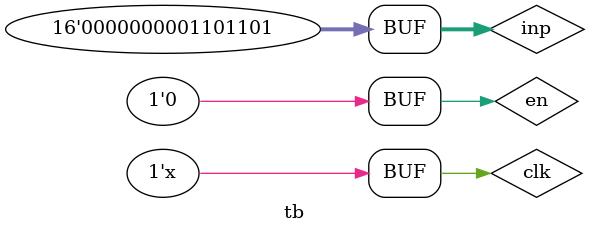
<source format=v>
`timescale 1ns / 1ps


module tb;

	// Inputs
	reg clk;
	reg en;
	reg [15:0] inp;

	// Outputs
	wire [15:0] outp_midi;
	wire [15:0] outp;

	// Instantiate the Unit Under Test (UUT)
	Test uut (
		.clk(clk), 
		.en(en), 
		.inp(inp), 
		.outp_midi(outp_midi),
		.outp(outp)
	);
	
	always #5 clk = ~clk;

	initial begin
		// Initialize Inputs
		clk = 0;
		en = 0;
		inp = 0;

		// Wait 100 ns for global reset to finish
		#100;
        
		// Add stimulus here
		en = 1;
		inp = 100;
		
		#10;
		inp = 101;
		
		#10;
		inp = 102;
		
		#10;
		inp = 103;
		
		#10;
		inp = 104;
		
		#10;
		inp = 105;
		
		#10;
		inp = 106;
		
		#10;
		inp = 107;
		
		#10;
		inp = 108;
		
		#10;
		inp = 109;
		
		#10;
		en = 0;
		
		#40;
		en = 1;
		inp = 100;
		
		#10;
		inp = 101;
		
		#10;
		inp = 102;
		
		#10;
		inp = 103;
		
		#10;
		inp = 104;
		
		#10;
		inp = 105;
		
		#10;
		inp = 106;
		
		#10;
		inp = 107;
		
		#10;
		inp = 108;
		
		#10;
		inp = 109;
		
		#10;
		en = 0;
		
		

	end
      
endmodule


</source>
